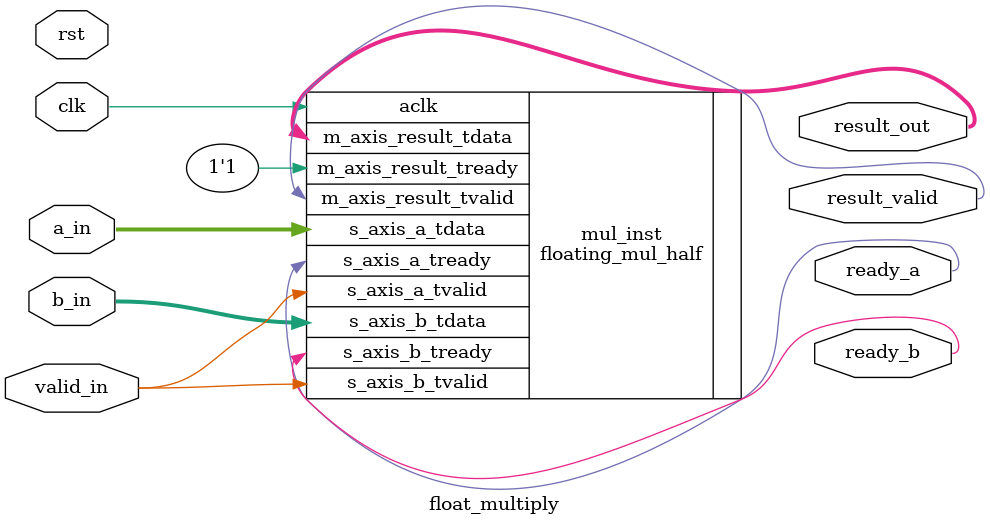
<source format=v>
`timescale 1ns / 1ps


module float_multiply(
        input wire clk,
        input wire rst,
        input wire [15:0] a_in, // Half-precision IEEE 754 input
        input wire [15:0] b_in,
        input wire valid_in,
        output wire [15:0] result_out,
        output wire result_valid,
        output wire ready_a,
        output wire ready_b
    );
    
    //wire ready_a, ready_b;
    
    //assign result_valid = valid_result;
    
    floating_mul_half mul_inst (
        .aclk(clk),

        .s_axis_a_tvalid(valid_in),
        .s_axis_a_tready(ready_a),
        .s_axis_a_tdata(a_in),

        .s_axis_b_tvalid(valid_in),
        .s_axis_b_tready(ready_b),
        .s_axis_b_tdata(b_in),

        .m_axis_result_tvalid(result_valid),
        .m_axis_result_tready(1'b1), // Ready to accept result
        .m_axis_result_tdata(result_out)
    );
    
endmodule

</source>
